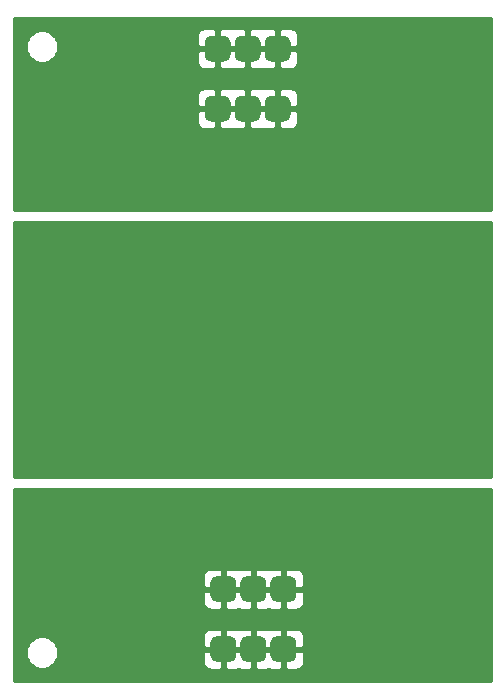
<source format=gbr>
G04 #@! TF.GenerationSoftware,KiCad,Pcbnew,(5.1.10-1-10_14)*
G04 #@! TF.CreationDate,2021-09-30T23:38:58-04:00*
G04 #@! TF.ProjectId,lv_bms_tester_board,6c765f62-6d73-45f7-9465-737465725f62,rev?*
G04 #@! TF.SameCoordinates,Original*
G04 #@! TF.FileFunction,Copper,L3,Inr*
G04 #@! TF.FilePolarity,Positive*
%FSLAX46Y46*%
G04 Gerber Fmt 4.6, Leading zero omitted, Abs format (unit mm)*
G04 Created by KiCad (PCBNEW (5.1.10-1-10_14)) date 2021-09-30 23:38:58*
%MOMM*%
%LPD*%
G01*
G04 APERTURE LIST*
G04 #@! TA.AperFunction,ViaPad*
%ADD10C,0.609600*%
G04 #@! TD*
G04 #@! TA.AperFunction,Conductor*
%ADD11C,0.254000*%
G04 #@! TD*
G04 #@! TA.AperFunction,Conductor*
%ADD12C,0.100000*%
G04 #@! TD*
G04 APERTURE END LIST*
G04 #@! TA.AperFunction,ComponentPad*
G36*
G01*
X115360000Y-85840000D02*
X115360000Y-84740000D01*
G75*
G02*
X115910000Y-84190000I550000J0D01*
G01*
X117010000Y-84190000D01*
G75*
G02*
X117560000Y-84740000I0J-550000D01*
G01*
X117560000Y-85840000D01*
G75*
G02*
X117010000Y-86390000I-550000J0D01*
G01*
X115910000Y-86390000D01*
G75*
G02*
X115360000Y-85840000I0J550000D01*
G01*
G37*
G04 #@! TD.AperFunction*
G04 #@! TA.AperFunction,ComponentPad*
G36*
G01*
X117900000Y-85840000D02*
X117900000Y-84740000D01*
G75*
G02*
X118450000Y-84190000I550000J0D01*
G01*
X119550000Y-84190000D01*
G75*
G02*
X120100000Y-84740000I0J-550000D01*
G01*
X120100000Y-85840000D01*
G75*
G02*
X119550000Y-86390000I-550000J0D01*
G01*
X118450000Y-86390000D01*
G75*
G02*
X117900000Y-85840000I0J550000D01*
G01*
G37*
G04 #@! TD.AperFunction*
G04 #@! TA.AperFunction,ComponentPad*
G36*
G01*
X120440000Y-85840000D02*
X120440000Y-84740000D01*
G75*
G02*
X120990000Y-84190000I550000J0D01*
G01*
X122090000Y-84190000D01*
G75*
G02*
X122640000Y-84740000I0J-550000D01*
G01*
X122640000Y-85840000D01*
G75*
G02*
X122090000Y-86390000I-550000J0D01*
G01*
X120990000Y-86390000D01*
G75*
G02*
X120440000Y-85840000I0J550000D01*
G01*
G37*
G04 #@! TD.AperFunction*
G04 #@! TA.AperFunction,ComponentPad*
G36*
G01*
X120440000Y-80760000D02*
X120440000Y-79660000D01*
G75*
G02*
X120990000Y-79110000I550000J0D01*
G01*
X122090000Y-79110000D01*
G75*
G02*
X122640000Y-79660000I0J-550000D01*
G01*
X122640000Y-80760000D01*
G75*
G02*
X122090000Y-81310000I-550000J0D01*
G01*
X120990000Y-81310000D01*
G75*
G02*
X120440000Y-80760000I0J550000D01*
G01*
G37*
G04 #@! TD.AperFunction*
G04 #@! TA.AperFunction,ComponentPad*
G36*
G01*
X117900000Y-80760000D02*
X117900000Y-79660000D01*
G75*
G02*
X118450000Y-79110000I550000J0D01*
G01*
X119550000Y-79110000D01*
G75*
G02*
X120100000Y-79660000I0J-550000D01*
G01*
X120100000Y-80760000D01*
G75*
G02*
X119550000Y-81310000I-550000J0D01*
G01*
X118450000Y-81310000D01*
G75*
G02*
X117900000Y-80760000I0J550000D01*
G01*
G37*
G04 #@! TD.AperFunction*
G04 #@! TA.AperFunction,ComponentPad*
G36*
G01*
X115360000Y-80760000D02*
X115360000Y-79660000D01*
G75*
G02*
X115910000Y-79110000I550000J0D01*
G01*
X117010000Y-79110000D01*
G75*
G02*
X117560000Y-79660000I0J-550000D01*
G01*
X117560000Y-80760000D01*
G75*
G02*
X117010000Y-81310000I-550000J0D01*
G01*
X115910000Y-81310000D01*
G75*
G02*
X115360000Y-80760000I0J550000D01*
G01*
G37*
G04 #@! TD.AperFunction*
G04 #@! TA.AperFunction,ComponentPad*
G36*
G01*
X115860000Y-131590000D02*
X115860000Y-130490000D01*
G75*
G02*
X116410000Y-129940000I550000J0D01*
G01*
X117510000Y-129940000D01*
G75*
G02*
X118060000Y-130490000I0J-550000D01*
G01*
X118060000Y-131590000D01*
G75*
G02*
X117510000Y-132140000I-550000J0D01*
G01*
X116410000Y-132140000D01*
G75*
G02*
X115860000Y-131590000I0J550000D01*
G01*
G37*
G04 #@! TD.AperFunction*
G04 #@! TA.AperFunction,ComponentPad*
G36*
G01*
X118400000Y-131590000D02*
X118400000Y-130490000D01*
G75*
G02*
X118950000Y-129940000I550000J0D01*
G01*
X120050000Y-129940000D01*
G75*
G02*
X120600000Y-130490000I0J-550000D01*
G01*
X120600000Y-131590000D01*
G75*
G02*
X120050000Y-132140000I-550000J0D01*
G01*
X118950000Y-132140000D01*
G75*
G02*
X118400000Y-131590000I0J550000D01*
G01*
G37*
G04 #@! TD.AperFunction*
G04 #@! TA.AperFunction,ComponentPad*
G36*
G01*
X120940000Y-131590000D02*
X120940000Y-130490000D01*
G75*
G02*
X121490000Y-129940000I550000J0D01*
G01*
X122590000Y-129940000D01*
G75*
G02*
X123140000Y-130490000I0J-550000D01*
G01*
X123140000Y-131590000D01*
G75*
G02*
X122590000Y-132140000I-550000J0D01*
G01*
X121490000Y-132140000D01*
G75*
G02*
X120940000Y-131590000I0J550000D01*
G01*
G37*
G04 #@! TD.AperFunction*
G04 #@! TA.AperFunction,ComponentPad*
G36*
G01*
X120940000Y-126510000D02*
X120940000Y-125410000D01*
G75*
G02*
X121490000Y-124860000I550000J0D01*
G01*
X122590000Y-124860000D01*
G75*
G02*
X123140000Y-125410000I0J-550000D01*
G01*
X123140000Y-126510000D01*
G75*
G02*
X122590000Y-127060000I-550000J0D01*
G01*
X121490000Y-127060000D01*
G75*
G02*
X120940000Y-126510000I0J550000D01*
G01*
G37*
G04 #@! TD.AperFunction*
G04 #@! TA.AperFunction,ComponentPad*
G36*
G01*
X118400000Y-126510000D02*
X118400000Y-125410000D01*
G75*
G02*
X118950000Y-124860000I550000J0D01*
G01*
X120050000Y-124860000D01*
G75*
G02*
X120600000Y-125410000I0J-550000D01*
G01*
X120600000Y-126510000D01*
G75*
G02*
X120050000Y-127060000I-550000J0D01*
G01*
X118950000Y-127060000D01*
G75*
G02*
X118400000Y-126510000I0J550000D01*
G01*
G37*
G04 #@! TD.AperFunction*
G04 #@! TA.AperFunction,ComponentPad*
G36*
G01*
X115860000Y-126510000D02*
X115860000Y-125410000D01*
G75*
G02*
X116410000Y-124860000I550000J0D01*
G01*
X117510000Y-124860000D01*
G75*
G02*
X118060000Y-125410000I0J-550000D01*
G01*
X118060000Y-126510000D01*
G75*
G02*
X117510000Y-127060000I-550000J0D01*
G01*
X116410000Y-127060000D01*
G75*
G02*
X115860000Y-126510000I0J550000D01*
G01*
G37*
G04 #@! TD.AperFunction*
D10*
X100750000Y-96000000D03*
X105830000Y-98540000D03*
X110910000Y-96000000D03*
X126150000Y-98540000D03*
X131230000Y-96000000D03*
X136310000Y-98540000D03*
X100750000Y-101080000D03*
X105830000Y-103620000D03*
X110910000Y-101080000D03*
X126150000Y-103620000D03*
X131230000Y-101080000D03*
X136310000Y-103620000D03*
X100750000Y-106160000D03*
X105830000Y-108700000D03*
X110910000Y-106160000D03*
X126150000Y-108700000D03*
X131230000Y-106160000D03*
X136310000Y-108700000D03*
X100750000Y-111240000D03*
X105830000Y-113780000D03*
X110910000Y-111240000D03*
X126150000Y-113780000D03*
X131230000Y-111240000D03*
X136310000Y-113780000D03*
X100754000Y-118632000D03*
X105834000Y-121172000D03*
X110914000Y-118632000D03*
X126154000Y-121172000D03*
X131234000Y-118632000D03*
X136314000Y-121172000D03*
X105834000Y-131332000D03*
X110914000Y-128792000D03*
X126154000Y-131332000D03*
X131234000Y-128792000D03*
X136314000Y-131332000D03*
X126154000Y-126252000D03*
X110914000Y-123712000D03*
X100754000Y-123712000D03*
X105834000Y-126252000D03*
X131234000Y-123712000D03*
X136314000Y-126252000D03*
X106850000Y-82818000D03*
X111930000Y-80278000D03*
X127170000Y-82818000D03*
X132250000Y-80278000D03*
X137330000Y-82818000D03*
X106850000Y-92978000D03*
X111930000Y-90438000D03*
X127170000Y-92978000D03*
X132250000Y-90438000D03*
X101770000Y-90438000D03*
X137330000Y-92978000D03*
X127170000Y-87898000D03*
X111930000Y-85358000D03*
X101770000Y-85358000D03*
X106850000Y-87898000D03*
X132250000Y-85358000D03*
X137330000Y-87898000D03*
D11*
X139573000Y-93853000D02*
X99187000Y-93853000D01*
X99187000Y-86390000D01*
X114721928Y-86390000D01*
X114734188Y-86514482D01*
X114770498Y-86634180D01*
X114829463Y-86744494D01*
X114908815Y-86841185D01*
X115005506Y-86920537D01*
X115115820Y-86979502D01*
X115235518Y-87015812D01*
X115360000Y-87028072D01*
X116174250Y-87025000D01*
X116333000Y-86866250D01*
X116333000Y-85417000D01*
X116587000Y-85417000D01*
X116587000Y-86866250D01*
X116745750Y-87025000D01*
X117560000Y-87028072D01*
X117684482Y-87015812D01*
X117730000Y-87002004D01*
X117775518Y-87015812D01*
X117900000Y-87028072D01*
X118714250Y-87025000D01*
X118873000Y-86866250D01*
X118873000Y-85417000D01*
X119127000Y-85417000D01*
X119127000Y-86866250D01*
X119285750Y-87025000D01*
X120100000Y-87028072D01*
X120224482Y-87015812D01*
X120270000Y-87002004D01*
X120315518Y-87015812D01*
X120440000Y-87028072D01*
X121254250Y-87025000D01*
X121413000Y-86866250D01*
X121413000Y-85417000D01*
X121667000Y-85417000D01*
X121667000Y-86866250D01*
X121825750Y-87025000D01*
X122640000Y-87028072D01*
X122764482Y-87015812D01*
X122884180Y-86979502D01*
X122994494Y-86920537D01*
X123091185Y-86841185D01*
X123170537Y-86744494D01*
X123229502Y-86634180D01*
X123265812Y-86514482D01*
X123278072Y-86390000D01*
X123275000Y-85575750D01*
X123116250Y-85417000D01*
X121667000Y-85417000D01*
X121413000Y-85417000D01*
X119127000Y-85417000D01*
X118873000Y-85417000D01*
X116587000Y-85417000D01*
X116333000Y-85417000D01*
X114883750Y-85417000D01*
X114725000Y-85575750D01*
X114721928Y-86390000D01*
X99187000Y-86390000D01*
X99187000Y-84190000D01*
X114721928Y-84190000D01*
X114725000Y-85004250D01*
X114883750Y-85163000D01*
X116333000Y-85163000D01*
X116333000Y-83713750D01*
X116587000Y-83713750D01*
X116587000Y-85163000D01*
X118873000Y-85163000D01*
X118873000Y-83713750D01*
X119127000Y-83713750D01*
X119127000Y-85163000D01*
X121413000Y-85163000D01*
X121413000Y-83713750D01*
X121667000Y-83713750D01*
X121667000Y-85163000D01*
X123116250Y-85163000D01*
X123275000Y-85004250D01*
X123278072Y-84190000D01*
X123265812Y-84065518D01*
X123229502Y-83945820D01*
X123170537Y-83835506D01*
X123091185Y-83738815D01*
X122994494Y-83659463D01*
X122884180Y-83600498D01*
X122764482Y-83564188D01*
X122640000Y-83551928D01*
X121825750Y-83555000D01*
X121667000Y-83713750D01*
X121413000Y-83713750D01*
X121254250Y-83555000D01*
X120440000Y-83551928D01*
X120315518Y-83564188D01*
X120270000Y-83577996D01*
X120224482Y-83564188D01*
X120100000Y-83551928D01*
X119285750Y-83555000D01*
X119127000Y-83713750D01*
X118873000Y-83713750D01*
X118714250Y-83555000D01*
X117900000Y-83551928D01*
X117775518Y-83564188D01*
X117730000Y-83577996D01*
X117684482Y-83564188D01*
X117560000Y-83551928D01*
X116745750Y-83555000D01*
X116587000Y-83713750D01*
X116333000Y-83713750D01*
X116174250Y-83555000D01*
X115360000Y-83551928D01*
X115235518Y-83564188D01*
X115115820Y-83600498D01*
X115005506Y-83659463D01*
X114908815Y-83738815D01*
X114829463Y-83835506D01*
X114770498Y-83945820D01*
X114734188Y-84065518D01*
X114721928Y-84190000D01*
X99187000Y-84190000D01*
X99187000Y-79874141D01*
X100220600Y-79874141D01*
X100220600Y-80145859D01*
X100273610Y-80412356D01*
X100377592Y-80663391D01*
X100528550Y-80889316D01*
X100720684Y-81081450D01*
X100946609Y-81232408D01*
X101197644Y-81336390D01*
X101464141Y-81389400D01*
X101735859Y-81389400D01*
X102002356Y-81336390D01*
X102066067Y-81310000D01*
X114721928Y-81310000D01*
X114734188Y-81434482D01*
X114770498Y-81554180D01*
X114829463Y-81664494D01*
X114908815Y-81761185D01*
X115005506Y-81840537D01*
X115115820Y-81899502D01*
X115235518Y-81935812D01*
X115360000Y-81948072D01*
X116174250Y-81945000D01*
X116333000Y-81786250D01*
X116333000Y-80337000D01*
X116587000Y-80337000D01*
X116587000Y-81786250D01*
X116745750Y-81945000D01*
X117560000Y-81948072D01*
X117684482Y-81935812D01*
X117730000Y-81922004D01*
X117775518Y-81935812D01*
X117900000Y-81948072D01*
X118714250Y-81945000D01*
X118873000Y-81786250D01*
X118873000Y-80337000D01*
X119127000Y-80337000D01*
X119127000Y-81786250D01*
X119285750Y-81945000D01*
X120100000Y-81948072D01*
X120224482Y-81935812D01*
X120270000Y-81922004D01*
X120315518Y-81935812D01*
X120440000Y-81948072D01*
X121254250Y-81945000D01*
X121413000Y-81786250D01*
X121413000Y-80337000D01*
X121667000Y-80337000D01*
X121667000Y-81786250D01*
X121825750Y-81945000D01*
X122640000Y-81948072D01*
X122764482Y-81935812D01*
X122884180Y-81899502D01*
X122994494Y-81840537D01*
X123091185Y-81761185D01*
X123170537Y-81664494D01*
X123229502Y-81554180D01*
X123265812Y-81434482D01*
X123278072Y-81310000D01*
X123275000Y-80495750D01*
X123116250Y-80337000D01*
X121667000Y-80337000D01*
X121413000Y-80337000D01*
X119127000Y-80337000D01*
X118873000Y-80337000D01*
X116587000Y-80337000D01*
X116333000Y-80337000D01*
X114883750Y-80337000D01*
X114725000Y-80495750D01*
X114721928Y-81310000D01*
X102066067Y-81310000D01*
X102253391Y-81232408D01*
X102479316Y-81081450D01*
X102671450Y-80889316D01*
X102822408Y-80663391D01*
X102926390Y-80412356D01*
X102979400Y-80145859D01*
X102979400Y-79874141D01*
X102926390Y-79607644D01*
X102822408Y-79356609D01*
X102671450Y-79130684D01*
X102650766Y-79110000D01*
X114721928Y-79110000D01*
X114725000Y-79924250D01*
X114883750Y-80083000D01*
X116333000Y-80083000D01*
X116333000Y-78633750D01*
X116587000Y-78633750D01*
X116587000Y-80083000D01*
X118873000Y-80083000D01*
X118873000Y-78633750D01*
X119127000Y-78633750D01*
X119127000Y-80083000D01*
X121413000Y-80083000D01*
X121413000Y-78633750D01*
X121667000Y-78633750D01*
X121667000Y-80083000D01*
X123116250Y-80083000D01*
X123275000Y-79924250D01*
X123278072Y-79110000D01*
X123265812Y-78985518D01*
X123229502Y-78865820D01*
X123170537Y-78755506D01*
X123091185Y-78658815D01*
X122994494Y-78579463D01*
X122884180Y-78520498D01*
X122764482Y-78484188D01*
X122640000Y-78471928D01*
X121825750Y-78475000D01*
X121667000Y-78633750D01*
X121413000Y-78633750D01*
X121254250Y-78475000D01*
X120440000Y-78471928D01*
X120315518Y-78484188D01*
X120270000Y-78497996D01*
X120224482Y-78484188D01*
X120100000Y-78471928D01*
X119285750Y-78475000D01*
X119127000Y-78633750D01*
X118873000Y-78633750D01*
X118714250Y-78475000D01*
X117900000Y-78471928D01*
X117775518Y-78484188D01*
X117730000Y-78497996D01*
X117684482Y-78484188D01*
X117560000Y-78471928D01*
X116745750Y-78475000D01*
X116587000Y-78633750D01*
X116333000Y-78633750D01*
X116174250Y-78475000D01*
X115360000Y-78471928D01*
X115235518Y-78484188D01*
X115115820Y-78520498D01*
X115005506Y-78579463D01*
X114908815Y-78658815D01*
X114829463Y-78755506D01*
X114770498Y-78865820D01*
X114734188Y-78985518D01*
X114721928Y-79110000D01*
X102650766Y-79110000D01*
X102479316Y-78938550D01*
X102253391Y-78787592D01*
X102002356Y-78683610D01*
X101735859Y-78630600D01*
X101464141Y-78630600D01*
X101197644Y-78683610D01*
X100946609Y-78787592D01*
X100720684Y-78938550D01*
X100528550Y-79130684D01*
X100377592Y-79356609D01*
X100273610Y-79607644D01*
X100220600Y-79874141D01*
X99187000Y-79874141D01*
X99187000Y-77597000D01*
X139573000Y-77597000D01*
X139573000Y-93853000D01*
G04 #@! TA.AperFunction,Conductor*
D12*
G36*
X139573000Y-93853000D02*
G01*
X99187000Y-93853000D01*
X99187000Y-86390000D01*
X114721928Y-86390000D01*
X114734188Y-86514482D01*
X114770498Y-86634180D01*
X114829463Y-86744494D01*
X114908815Y-86841185D01*
X115005506Y-86920537D01*
X115115820Y-86979502D01*
X115235518Y-87015812D01*
X115360000Y-87028072D01*
X116174250Y-87025000D01*
X116333000Y-86866250D01*
X116333000Y-85417000D01*
X116587000Y-85417000D01*
X116587000Y-86866250D01*
X116745750Y-87025000D01*
X117560000Y-87028072D01*
X117684482Y-87015812D01*
X117730000Y-87002004D01*
X117775518Y-87015812D01*
X117900000Y-87028072D01*
X118714250Y-87025000D01*
X118873000Y-86866250D01*
X118873000Y-85417000D01*
X119127000Y-85417000D01*
X119127000Y-86866250D01*
X119285750Y-87025000D01*
X120100000Y-87028072D01*
X120224482Y-87015812D01*
X120270000Y-87002004D01*
X120315518Y-87015812D01*
X120440000Y-87028072D01*
X121254250Y-87025000D01*
X121413000Y-86866250D01*
X121413000Y-85417000D01*
X121667000Y-85417000D01*
X121667000Y-86866250D01*
X121825750Y-87025000D01*
X122640000Y-87028072D01*
X122764482Y-87015812D01*
X122884180Y-86979502D01*
X122994494Y-86920537D01*
X123091185Y-86841185D01*
X123170537Y-86744494D01*
X123229502Y-86634180D01*
X123265812Y-86514482D01*
X123278072Y-86390000D01*
X123275000Y-85575750D01*
X123116250Y-85417000D01*
X121667000Y-85417000D01*
X121413000Y-85417000D01*
X119127000Y-85417000D01*
X118873000Y-85417000D01*
X116587000Y-85417000D01*
X116333000Y-85417000D01*
X114883750Y-85417000D01*
X114725000Y-85575750D01*
X114721928Y-86390000D01*
X99187000Y-86390000D01*
X99187000Y-84190000D01*
X114721928Y-84190000D01*
X114725000Y-85004250D01*
X114883750Y-85163000D01*
X116333000Y-85163000D01*
X116333000Y-83713750D01*
X116587000Y-83713750D01*
X116587000Y-85163000D01*
X118873000Y-85163000D01*
X118873000Y-83713750D01*
X119127000Y-83713750D01*
X119127000Y-85163000D01*
X121413000Y-85163000D01*
X121413000Y-83713750D01*
X121667000Y-83713750D01*
X121667000Y-85163000D01*
X123116250Y-85163000D01*
X123275000Y-85004250D01*
X123278072Y-84190000D01*
X123265812Y-84065518D01*
X123229502Y-83945820D01*
X123170537Y-83835506D01*
X123091185Y-83738815D01*
X122994494Y-83659463D01*
X122884180Y-83600498D01*
X122764482Y-83564188D01*
X122640000Y-83551928D01*
X121825750Y-83555000D01*
X121667000Y-83713750D01*
X121413000Y-83713750D01*
X121254250Y-83555000D01*
X120440000Y-83551928D01*
X120315518Y-83564188D01*
X120270000Y-83577996D01*
X120224482Y-83564188D01*
X120100000Y-83551928D01*
X119285750Y-83555000D01*
X119127000Y-83713750D01*
X118873000Y-83713750D01*
X118714250Y-83555000D01*
X117900000Y-83551928D01*
X117775518Y-83564188D01*
X117730000Y-83577996D01*
X117684482Y-83564188D01*
X117560000Y-83551928D01*
X116745750Y-83555000D01*
X116587000Y-83713750D01*
X116333000Y-83713750D01*
X116174250Y-83555000D01*
X115360000Y-83551928D01*
X115235518Y-83564188D01*
X115115820Y-83600498D01*
X115005506Y-83659463D01*
X114908815Y-83738815D01*
X114829463Y-83835506D01*
X114770498Y-83945820D01*
X114734188Y-84065518D01*
X114721928Y-84190000D01*
X99187000Y-84190000D01*
X99187000Y-79874141D01*
X100220600Y-79874141D01*
X100220600Y-80145859D01*
X100273610Y-80412356D01*
X100377592Y-80663391D01*
X100528550Y-80889316D01*
X100720684Y-81081450D01*
X100946609Y-81232408D01*
X101197644Y-81336390D01*
X101464141Y-81389400D01*
X101735859Y-81389400D01*
X102002356Y-81336390D01*
X102066067Y-81310000D01*
X114721928Y-81310000D01*
X114734188Y-81434482D01*
X114770498Y-81554180D01*
X114829463Y-81664494D01*
X114908815Y-81761185D01*
X115005506Y-81840537D01*
X115115820Y-81899502D01*
X115235518Y-81935812D01*
X115360000Y-81948072D01*
X116174250Y-81945000D01*
X116333000Y-81786250D01*
X116333000Y-80337000D01*
X116587000Y-80337000D01*
X116587000Y-81786250D01*
X116745750Y-81945000D01*
X117560000Y-81948072D01*
X117684482Y-81935812D01*
X117730000Y-81922004D01*
X117775518Y-81935812D01*
X117900000Y-81948072D01*
X118714250Y-81945000D01*
X118873000Y-81786250D01*
X118873000Y-80337000D01*
X119127000Y-80337000D01*
X119127000Y-81786250D01*
X119285750Y-81945000D01*
X120100000Y-81948072D01*
X120224482Y-81935812D01*
X120270000Y-81922004D01*
X120315518Y-81935812D01*
X120440000Y-81948072D01*
X121254250Y-81945000D01*
X121413000Y-81786250D01*
X121413000Y-80337000D01*
X121667000Y-80337000D01*
X121667000Y-81786250D01*
X121825750Y-81945000D01*
X122640000Y-81948072D01*
X122764482Y-81935812D01*
X122884180Y-81899502D01*
X122994494Y-81840537D01*
X123091185Y-81761185D01*
X123170537Y-81664494D01*
X123229502Y-81554180D01*
X123265812Y-81434482D01*
X123278072Y-81310000D01*
X123275000Y-80495750D01*
X123116250Y-80337000D01*
X121667000Y-80337000D01*
X121413000Y-80337000D01*
X119127000Y-80337000D01*
X118873000Y-80337000D01*
X116587000Y-80337000D01*
X116333000Y-80337000D01*
X114883750Y-80337000D01*
X114725000Y-80495750D01*
X114721928Y-81310000D01*
X102066067Y-81310000D01*
X102253391Y-81232408D01*
X102479316Y-81081450D01*
X102671450Y-80889316D01*
X102822408Y-80663391D01*
X102926390Y-80412356D01*
X102979400Y-80145859D01*
X102979400Y-79874141D01*
X102926390Y-79607644D01*
X102822408Y-79356609D01*
X102671450Y-79130684D01*
X102650766Y-79110000D01*
X114721928Y-79110000D01*
X114725000Y-79924250D01*
X114883750Y-80083000D01*
X116333000Y-80083000D01*
X116333000Y-78633750D01*
X116587000Y-78633750D01*
X116587000Y-80083000D01*
X118873000Y-80083000D01*
X118873000Y-78633750D01*
X119127000Y-78633750D01*
X119127000Y-80083000D01*
X121413000Y-80083000D01*
X121413000Y-78633750D01*
X121667000Y-78633750D01*
X121667000Y-80083000D01*
X123116250Y-80083000D01*
X123275000Y-79924250D01*
X123278072Y-79110000D01*
X123265812Y-78985518D01*
X123229502Y-78865820D01*
X123170537Y-78755506D01*
X123091185Y-78658815D01*
X122994494Y-78579463D01*
X122884180Y-78520498D01*
X122764482Y-78484188D01*
X122640000Y-78471928D01*
X121825750Y-78475000D01*
X121667000Y-78633750D01*
X121413000Y-78633750D01*
X121254250Y-78475000D01*
X120440000Y-78471928D01*
X120315518Y-78484188D01*
X120270000Y-78497996D01*
X120224482Y-78484188D01*
X120100000Y-78471928D01*
X119285750Y-78475000D01*
X119127000Y-78633750D01*
X118873000Y-78633750D01*
X118714250Y-78475000D01*
X117900000Y-78471928D01*
X117775518Y-78484188D01*
X117730000Y-78497996D01*
X117684482Y-78484188D01*
X117560000Y-78471928D01*
X116745750Y-78475000D01*
X116587000Y-78633750D01*
X116333000Y-78633750D01*
X116174250Y-78475000D01*
X115360000Y-78471928D01*
X115235518Y-78484188D01*
X115115820Y-78520498D01*
X115005506Y-78579463D01*
X114908815Y-78658815D01*
X114829463Y-78755506D01*
X114770498Y-78865820D01*
X114734188Y-78985518D01*
X114721928Y-79110000D01*
X102650766Y-79110000D01*
X102479316Y-78938550D01*
X102253391Y-78787592D01*
X102002356Y-78683610D01*
X101735859Y-78630600D01*
X101464141Y-78630600D01*
X101197644Y-78683610D01*
X100946609Y-78787592D01*
X100720684Y-78938550D01*
X100528550Y-79130684D01*
X100377592Y-79356609D01*
X100273610Y-79607644D01*
X100220600Y-79874141D01*
X99187000Y-79874141D01*
X99187000Y-77597000D01*
X139573000Y-77597000D01*
X139573000Y-93853000D01*
G37*
G04 #@! TD.AperFunction*
D11*
X139573000Y-133731000D02*
X99187000Y-133731000D01*
X99187000Y-131182141D01*
X100220600Y-131182141D01*
X100220600Y-131453859D01*
X100273610Y-131720356D01*
X100377592Y-131971391D01*
X100528550Y-132197316D01*
X100720684Y-132389450D01*
X100946609Y-132540408D01*
X101197644Y-132644390D01*
X101464141Y-132697400D01*
X101735859Y-132697400D01*
X102002356Y-132644390D01*
X102253391Y-132540408D01*
X102479316Y-132389450D01*
X102671450Y-132197316D01*
X102709747Y-132140000D01*
X115221928Y-132140000D01*
X115234188Y-132264482D01*
X115270498Y-132384180D01*
X115329463Y-132494494D01*
X115408815Y-132591185D01*
X115505506Y-132670537D01*
X115615820Y-132729502D01*
X115735518Y-132765812D01*
X115860000Y-132778072D01*
X116674250Y-132775000D01*
X116833000Y-132616250D01*
X116833000Y-131167000D01*
X117087000Y-131167000D01*
X117087000Y-132616250D01*
X117245750Y-132775000D01*
X118060000Y-132778072D01*
X118184482Y-132765812D01*
X118230000Y-132752004D01*
X118275518Y-132765812D01*
X118400000Y-132778072D01*
X119214250Y-132775000D01*
X119373000Y-132616250D01*
X119373000Y-131167000D01*
X119627000Y-131167000D01*
X119627000Y-132616250D01*
X119785750Y-132775000D01*
X120600000Y-132778072D01*
X120724482Y-132765812D01*
X120770000Y-132752004D01*
X120815518Y-132765812D01*
X120940000Y-132778072D01*
X121754250Y-132775000D01*
X121913000Y-132616250D01*
X121913000Y-131167000D01*
X122167000Y-131167000D01*
X122167000Y-132616250D01*
X122325750Y-132775000D01*
X123140000Y-132778072D01*
X123264482Y-132765812D01*
X123384180Y-132729502D01*
X123494494Y-132670537D01*
X123591185Y-132591185D01*
X123670537Y-132494494D01*
X123729502Y-132384180D01*
X123765812Y-132264482D01*
X123778072Y-132140000D01*
X123775000Y-131325750D01*
X123616250Y-131167000D01*
X122167000Y-131167000D01*
X121913000Y-131167000D01*
X119627000Y-131167000D01*
X119373000Y-131167000D01*
X117087000Y-131167000D01*
X116833000Y-131167000D01*
X115383750Y-131167000D01*
X115225000Y-131325750D01*
X115221928Y-132140000D01*
X102709747Y-132140000D01*
X102822408Y-131971391D01*
X102926390Y-131720356D01*
X102979400Y-131453859D01*
X102979400Y-131182141D01*
X102926390Y-130915644D01*
X102822408Y-130664609D01*
X102671450Y-130438684D01*
X102479316Y-130246550D01*
X102253391Y-130095592D01*
X102002356Y-129991610D01*
X101742898Y-129940000D01*
X115221928Y-129940000D01*
X115225000Y-130754250D01*
X115383750Y-130913000D01*
X116833000Y-130913000D01*
X116833000Y-129463750D01*
X117087000Y-129463750D01*
X117087000Y-130913000D01*
X119373000Y-130913000D01*
X119373000Y-129463750D01*
X119627000Y-129463750D01*
X119627000Y-130913000D01*
X121913000Y-130913000D01*
X121913000Y-129463750D01*
X122167000Y-129463750D01*
X122167000Y-130913000D01*
X123616250Y-130913000D01*
X123775000Y-130754250D01*
X123778072Y-129940000D01*
X123765812Y-129815518D01*
X123729502Y-129695820D01*
X123670537Y-129585506D01*
X123591185Y-129488815D01*
X123494494Y-129409463D01*
X123384180Y-129350498D01*
X123264482Y-129314188D01*
X123140000Y-129301928D01*
X122325750Y-129305000D01*
X122167000Y-129463750D01*
X121913000Y-129463750D01*
X121754250Y-129305000D01*
X120940000Y-129301928D01*
X120815518Y-129314188D01*
X120770000Y-129327996D01*
X120724482Y-129314188D01*
X120600000Y-129301928D01*
X119785750Y-129305000D01*
X119627000Y-129463750D01*
X119373000Y-129463750D01*
X119214250Y-129305000D01*
X118400000Y-129301928D01*
X118275518Y-129314188D01*
X118230000Y-129327996D01*
X118184482Y-129314188D01*
X118060000Y-129301928D01*
X117245750Y-129305000D01*
X117087000Y-129463750D01*
X116833000Y-129463750D01*
X116674250Y-129305000D01*
X115860000Y-129301928D01*
X115735518Y-129314188D01*
X115615820Y-129350498D01*
X115505506Y-129409463D01*
X115408815Y-129488815D01*
X115329463Y-129585506D01*
X115270498Y-129695820D01*
X115234188Y-129815518D01*
X115221928Y-129940000D01*
X101742898Y-129940000D01*
X101735859Y-129938600D01*
X101464141Y-129938600D01*
X101197644Y-129991610D01*
X100946609Y-130095592D01*
X100720684Y-130246550D01*
X100528550Y-130438684D01*
X100377592Y-130664609D01*
X100273610Y-130915644D01*
X100220600Y-131182141D01*
X99187000Y-131182141D01*
X99187000Y-127060000D01*
X115221928Y-127060000D01*
X115234188Y-127184482D01*
X115270498Y-127304180D01*
X115329463Y-127414494D01*
X115408815Y-127511185D01*
X115505506Y-127590537D01*
X115615820Y-127649502D01*
X115735518Y-127685812D01*
X115860000Y-127698072D01*
X116674250Y-127695000D01*
X116833000Y-127536250D01*
X116833000Y-126087000D01*
X117087000Y-126087000D01*
X117087000Y-127536250D01*
X117245750Y-127695000D01*
X118060000Y-127698072D01*
X118184482Y-127685812D01*
X118230000Y-127672004D01*
X118275518Y-127685812D01*
X118400000Y-127698072D01*
X119214250Y-127695000D01*
X119373000Y-127536250D01*
X119373000Y-126087000D01*
X119627000Y-126087000D01*
X119627000Y-127536250D01*
X119785750Y-127695000D01*
X120600000Y-127698072D01*
X120724482Y-127685812D01*
X120770000Y-127672004D01*
X120815518Y-127685812D01*
X120940000Y-127698072D01*
X121754250Y-127695000D01*
X121913000Y-127536250D01*
X121913000Y-126087000D01*
X122167000Y-126087000D01*
X122167000Y-127536250D01*
X122325750Y-127695000D01*
X123140000Y-127698072D01*
X123264482Y-127685812D01*
X123384180Y-127649502D01*
X123494494Y-127590537D01*
X123591185Y-127511185D01*
X123670537Y-127414494D01*
X123729502Y-127304180D01*
X123765812Y-127184482D01*
X123778072Y-127060000D01*
X123775000Y-126245750D01*
X123616250Y-126087000D01*
X122167000Y-126087000D01*
X121913000Y-126087000D01*
X119627000Y-126087000D01*
X119373000Y-126087000D01*
X117087000Y-126087000D01*
X116833000Y-126087000D01*
X115383750Y-126087000D01*
X115225000Y-126245750D01*
X115221928Y-127060000D01*
X99187000Y-127060000D01*
X99187000Y-124860000D01*
X115221928Y-124860000D01*
X115225000Y-125674250D01*
X115383750Y-125833000D01*
X116833000Y-125833000D01*
X116833000Y-124383750D01*
X117087000Y-124383750D01*
X117087000Y-125833000D01*
X119373000Y-125833000D01*
X119373000Y-124383750D01*
X119627000Y-124383750D01*
X119627000Y-125833000D01*
X121913000Y-125833000D01*
X121913000Y-124383750D01*
X122167000Y-124383750D01*
X122167000Y-125833000D01*
X123616250Y-125833000D01*
X123775000Y-125674250D01*
X123778072Y-124860000D01*
X123765812Y-124735518D01*
X123729502Y-124615820D01*
X123670537Y-124505506D01*
X123591185Y-124408815D01*
X123494494Y-124329463D01*
X123384180Y-124270498D01*
X123264482Y-124234188D01*
X123140000Y-124221928D01*
X122325750Y-124225000D01*
X122167000Y-124383750D01*
X121913000Y-124383750D01*
X121754250Y-124225000D01*
X120940000Y-124221928D01*
X120815518Y-124234188D01*
X120770000Y-124247996D01*
X120724482Y-124234188D01*
X120600000Y-124221928D01*
X119785750Y-124225000D01*
X119627000Y-124383750D01*
X119373000Y-124383750D01*
X119214250Y-124225000D01*
X118400000Y-124221928D01*
X118275518Y-124234188D01*
X118230000Y-124247996D01*
X118184482Y-124234188D01*
X118060000Y-124221928D01*
X117245750Y-124225000D01*
X117087000Y-124383750D01*
X116833000Y-124383750D01*
X116674250Y-124225000D01*
X115860000Y-124221928D01*
X115735518Y-124234188D01*
X115615820Y-124270498D01*
X115505506Y-124329463D01*
X115408815Y-124408815D01*
X115329463Y-124505506D01*
X115270498Y-124615820D01*
X115234188Y-124735518D01*
X115221928Y-124860000D01*
X99187000Y-124860000D01*
X99187000Y-117475000D01*
X139573000Y-117475000D01*
X139573000Y-133731000D01*
G04 #@! TA.AperFunction,Conductor*
D12*
G36*
X139573000Y-133731000D02*
G01*
X99187000Y-133731000D01*
X99187000Y-131182141D01*
X100220600Y-131182141D01*
X100220600Y-131453859D01*
X100273610Y-131720356D01*
X100377592Y-131971391D01*
X100528550Y-132197316D01*
X100720684Y-132389450D01*
X100946609Y-132540408D01*
X101197644Y-132644390D01*
X101464141Y-132697400D01*
X101735859Y-132697400D01*
X102002356Y-132644390D01*
X102253391Y-132540408D01*
X102479316Y-132389450D01*
X102671450Y-132197316D01*
X102709747Y-132140000D01*
X115221928Y-132140000D01*
X115234188Y-132264482D01*
X115270498Y-132384180D01*
X115329463Y-132494494D01*
X115408815Y-132591185D01*
X115505506Y-132670537D01*
X115615820Y-132729502D01*
X115735518Y-132765812D01*
X115860000Y-132778072D01*
X116674250Y-132775000D01*
X116833000Y-132616250D01*
X116833000Y-131167000D01*
X117087000Y-131167000D01*
X117087000Y-132616250D01*
X117245750Y-132775000D01*
X118060000Y-132778072D01*
X118184482Y-132765812D01*
X118230000Y-132752004D01*
X118275518Y-132765812D01*
X118400000Y-132778072D01*
X119214250Y-132775000D01*
X119373000Y-132616250D01*
X119373000Y-131167000D01*
X119627000Y-131167000D01*
X119627000Y-132616250D01*
X119785750Y-132775000D01*
X120600000Y-132778072D01*
X120724482Y-132765812D01*
X120770000Y-132752004D01*
X120815518Y-132765812D01*
X120940000Y-132778072D01*
X121754250Y-132775000D01*
X121913000Y-132616250D01*
X121913000Y-131167000D01*
X122167000Y-131167000D01*
X122167000Y-132616250D01*
X122325750Y-132775000D01*
X123140000Y-132778072D01*
X123264482Y-132765812D01*
X123384180Y-132729502D01*
X123494494Y-132670537D01*
X123591185Y-132591185D01*
X123670537Y-132494494D01*
X123729502Y-132384180D01*
X123765812Y-132264482D01*
X123778072Y-132140000D01*
X123775000Y-131325750D01*
X123616250Y-131167000D01*
X122167000Y-131167000D01*
X121913000Y-131167000D01*
X119627000Y-131167000D01*
X119373000Y-131167000D01*
X117087000Y-131167000D01*
X116833000Y-131167000D01*
X115383750Y-131167000D01*
X115225000Y-131325750D01*
X115221928Y-132140000D01*
X102709747Y-132140000D01*
X102822408Y-131971391D01*
X102926390Y-131720356D01*
X102979400Y-131453859D01*
X102979400Y-131182141D01*
X102926390Y-130915644D01*
X102822408Y-130664609D01*
X102671450Y-130438684D01*
X102479316Y-130246550D01*
X102253391Y-130095592D01*
X102002356Y-129991610D01*
X101742898Y-129940000D01*
X115221928Y-129940000D01*
X115225000Y-130754250D01*
X115383750Y-130913000D01*
X116833000Y-130913000D01*
X116833000Y-129463750D01*
X117087000Y-129463750D01*
X117087000Y-130913000D01*
X119373000Y-130913000D01*
X119373000Y-129463750D01*
X119627000Y-129463750D01*
X119627000Y-130913000D01*
X121913000Y-130913000D01*
X121913000Y-129463750D01*
X122167000Y-129463750D01*
X122167000Y-130913000D01*
X123616250Y-130913000D01*
X123775000Y-130754250D01*
X123778072Y-129940000D01*
X123765812Y-129815518D01*
X123729502Y-129695820D01*
X123670537Y-129585506D01*
X123591185Y-129488815D01*
X123494494Y-129409463D01*
X123384180Y-129350498D01*
X123264482Y-129314188D01*
X123140000Y-129301928D01*
X122325750Y-129305000D01*
X122167000Y-129463750D01*
X121913000Y-129463750D01*
X121754250Y-129305000D01*
X120940000Y-129301928D01*
X120815518Y-129314188D01*
X120770000Y-129327996D01*
X120724482Y-129314188D01*
X120600000Y-129301928D01*
X119785750Y-129305000D01*
X119627000Y-129463750D01*
X119373000Y-129463750D01*
X119214250Y-129305000D01*
X118400000Y-129301928D01*
X118275518Y-129314188D01*
X118230000Y-129327996D01*
X118184482Y-129314188D01*
X118060000Y-129301928D01*
X117245750Y-129305000D01*
X117087000Y-129463750D01*
X116833000Y-129463750D01*
X116674250Y-129305000D01*
X115860000Y-129301928D01*
X115735518Y-129314188D01*
X115615820Y-129350498D01*
X115505506Y-129409463D01*
X115408815Y-129488815D01*
X115329463Y-129585506D01*
X115270498Y-129695820D01*
X115234188Y-129815518D01*
X115221928Y-129940000D01*
X101742898Y-129940000D01*
X101735859Y-129938600D01*
X101464141Y-129938600D01*
X101197644Y-129991610D01*
X100946609Y-130095592D01*
X100720684Y-130246550D01*
X100528550Y-130438684D01*
X100377592Y-130664609D01*
X100273610Y-130915644D01*
X100220600Y-131182141D01*
X99187000Y-131182141D01*
X99187000Y-127060000D01*
X115221928Y-127060000D01*
X115234188Y-127184482D01*
X115270498Y-127304180D01*
X115329463Y-127414494D01*
X115408815Y-127511185D01*
X115505506Y-127590537D01*
X115615820Y-127649502D01*
X115735518Y-127685812D01*
X115860000Y-127698072D01*
X116674250Y-127695000D01*
X116833000Y-127536250D01*
X116833000Y-126087000D01*
X117087000Y-126087000D01*
X117087000Y-127536250D01*
X117245750Y-127695000D01*
X118060000Y-127698072D01*
X118184482Y-127685812D01*
X118230000Y-127672004D01*
X118275518Y-127685812D01*
X118400000Y-127698072D01*
X119214250Y-127695000D01*
X119373000Y-127536250D01*
X119373000Y-126087000D01*
X119627000Y-126087000D01*
X119627000Y-127536250D01*
X119785750Y-127695000D01*
X120600000Y-127698072D01*
X120724482Y-127685812D01*
X120770000Y-127672004D01*
X120815518Y-127685812D01*
X120940000Y-127698072D01*
X121754250Y-127695000D01*
X121913000Y-127536250D01*
X121913000Y-126087000D01*
X122167000Y-126087000D01*
X122167000Y-127536250D01*
X122325750Y-127695000D01*
X123140000Y-127698072D01*
X123264482Y-127685812D01*
X123384180Y-127649502D01*
X123494494Y-127590537D01*
X123591185Y-127511185D01*
X123670537Y-127414494D01*
X123729502Y-127304180D01*
X123765812Y-127184482D01*
X123778072Y-127060000D01*
X123775000Y-126245750D01*
X123616250Y-126087000D01*
X122167000Y-126087000D01*
X121913000Y-126087000D01*
X119627000Y-126087000D01*
X119373000Y-126087000D01*
X117087000Y-126087000D01*
X116833000Y-126087000D01*
X115383750Y-126087000D01*
X115225000Y-126245750D01*
X115221928Y-127060000D01*
X99187000Y-127060000D01*
X99187000Y-124860000D01*
X115221928Y-124860000D01*
X115225000Y-125674250D01*
X115383750Y-125833000D01*
X116833000Y-125833000D01*
X116833000Y-124383750D01*
X117087000Y-124383750D01*
X117087000Y-125833000D01*
X119373000Y-125833000D01*
X119373000Y-124383750D01*
X119627000Y-124383750D01*
X119627000Y-125833000D01*
X121913000Y-125833000D01*
X121913000Y-124383750D01*
X122167000Y-124383750D01*
X122167000Y-125833000D01*
X123616250Y-125833000D01*
X123775000Y-125674250D01*
X123778072Y-124860000D01*
X123765812Y-124735518D01*
X123729502Y-124615820D01*
X123670537Y-124505506D01*
X123591185Y-124408815D01*
X123494494Y-124329463D01*
X123384180Y-124270498D01*
X123264482Y-124234188D01*
X123140000Y-124221928D01*
X122325750Y-124225000D01*
X122167000Y-124383750D01*
X121913000Y-124383750D01*
X121754250Y-124225000D01*
X120940000Y-124221928D01*
X120815518Y-124234188D01*
X120770000Y-124247996D01*
X120724482Y-124234188D01*
X120600000Y-124221928D01*
X119785750Y-124225000D01*
X119627000Y-124383750D01*
X119373000Y-124383750D01*
X119214250Y-124225000D01*
X118400000Y-124221928D01*
X118275518Y-124234188D01*
X118230000Y-124247996D01*
X118184482Y-124234188D01*
X118060000Y-124221928D01*
X117245750Y-124225000D01*
X117087000Y-124383750D01*
X116833000Y-124383750D01*
X116674250Y-124225000D01*
X115860000Y-124221928D01*
X115735518Y-124234188D01*
X115615820Y-124270498D01*
X115505506Y-124329463D01*
X115408815Y-124408815D01*
X115329463Y-124505506D01*
X115270498Y-124615820D01*
X115234188Y-124735518D01*
X115221928Y-124860000D01*
X99187000Y-124860000D01*
X99187000Y-117475000D01*
X139573000Y-117475000D01*
X139573000Y-133731000D01*
G37*
G04 #@! TD.AperFunction*
D11*
X139573000Y-116468433D02*
X99187000Y-116468433D01*
X99187000Y-94869000D01*
X139573000Y-94869000D01*
X139573000Y-116468433D01*
G04 #@! TA.AperFunction,Conductor*
D12*
G36*
X139573000Y-116468433D02*
G01*
X99187000Y-116468433D01*
X99187000Y-94869000D01*
X139573000Y-94869000D01*
X139573000Y-116468433D01*
G37*
G04 #@! TD.AperFunction*
M02*

</source>
